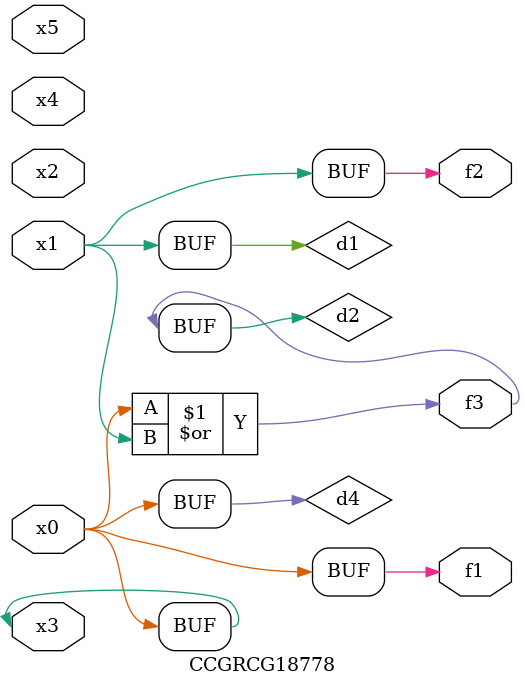
<source format=v>
module CCGRCG18778(
	input x0, x1, x2, x3, x4, x5,
	output f1, f2, f3
);

	wire d1, d2, d3, d4;

	and (d1, x1);
	or (d2, x0, x1);
	nand (d3, x0, x5);
	buf (d4, x0, x3);
	assign f1 = d4;
	assign f2 = d1;
	assign f3 = d2;
endmodule

</source>
